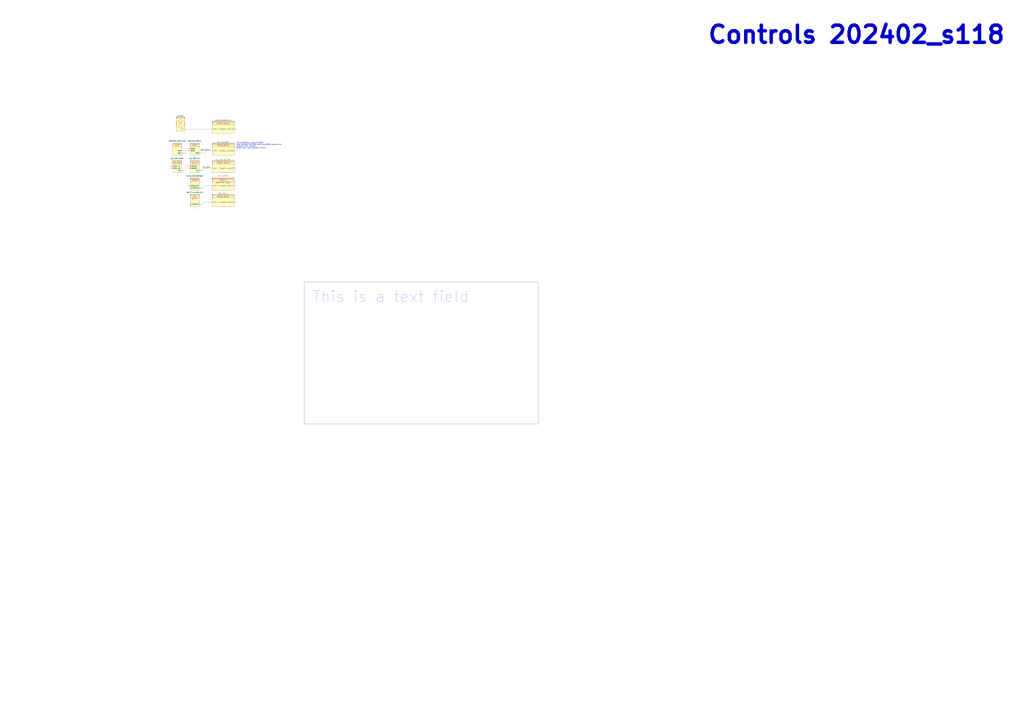
<source format=kicad_sch>
(kicad_sch (version 20230121) (generator eeschema)
  (paper "A0")
  (title_block (date "2023-11-28") (comment 1 "Repository: https://github.com/bl0x/controls_overview"))
  (lib_symbols
    (symbol "controls_parts:aim_tti_tv"
      (property "Reference" "AIM_TTI_LV" (at 0 0 0))
      (symbol "aim_tti_tv_1_1"
        (rectangle (start -5.08 15.24) (end 5.08 12.7))
        (rectangle (start -5.08 16.51) (end 5.08 2.54) (fill (type background)))
        (rectangle (start -5.08 16.51) (end 5.08 15.24) (fill (type color) (color 0 194 194 1)))
        (text "AIM TTi" (at 0 11.43 0) (effects (font (size 1.27 1.27))))
        (text "CPX" (at 0 13.97 0) (effects (font (size 1.27 1.27))))
        (pin bidirectional line (at 7.62 5.08 180) (length 2.54) (name "ETHERNET") (number ""))
      )
    )
    (symbol "controls_parts:caen_hv_crate"
      (property "Reference" "CAEN_HV_SY1527" (at 0 0 0))
      (symbol "caen_hv_crate_1_1"
        (rectangle (start -5.08 15.24) (end 5.08 12.7))
        (rectangle (start -5.08 16.51) (end 5.08 2.54) (fill (type background)))
        (rectangle (start -5.08 16.51) (end 5.08 15.24) (fill (type color) (color 255 0 0 1)))
        (text "SY1527" (at 0 13.97 0) (effects (font (size 1.27 1.27))))
        (pin bidirectional line (at 7.62 5.08 180) (length 2.54) (name "ETHERNET") (number ""))
        (pin bidirectional line (at -7.62 7.62 0) (length 2.54) (name "MODULES") (number ""))
      )
    )
    (symbol "controls_parts:epics_ioc_caenhv"
      (property "Reference" "IOC_CAENHV" (at 0 0 0))
      (symbol "epics_ioc_caenhv_1_1"
        (rectangle (start -12.7 13.97) (end 12.7 11.43))
        (rectangle (start -12.7 15.24) (end 12.7 1.27) (fill (type background)))
        (rectangle (start -12.7 15.24) (end 12.7 13.97) (fill (type color) (color 255 0 0 1)))
        (text "CAEN_HV" (at 0 12.7 0) (effects (font (size 1.27 1.27))))
        (text "uses CAEN library" (at 0 10.16 0) (effects (font (size 1.27 1.27))))
        (pin output line (at 15.24 6.35 180) (length 2.54) (name "CHANNEL_ACCESS") (number ""))
        (pin input line (at -15.24 6.35 0) (length 2.54) (name "INPUT") (number ""))
      )
    )
    (symbol "controls_parts:epics_ioc_stream"
      (property "Reference" "IOC_STREAMDEVICE" (at 0 0 0))
      (symbol "epics_ioc_stream_1_1"
        (rectangle (start -12.7 13.97) (end 12.7 11.43))
        (rectangle (start -12.7 15.24) (end 12.7 1.27) (fill (type background)))
        (rectangle (start -12.7 15.24) (end 12.7 13.97) (fill (type color) (color 0 255 255 1)))
        (text "STREAM_DEVICE" (at 0 12.7 0) (effects (font (size 1.27 1.27))))
        (pin output line (at 15.24 6.35 180) (length 2.54) (name "CHANNEL_ACCESS") (number ""))
        (pin input line (at -15.24 6.35 0) (length 2.54) (name "INPUT") (number ""))
      )
    )
    (symbol "controls_parts:gsi_fqt_card"
      (property "Reference" "GSI_FQT_CARD" (at 0 0 0))
      (symbol "gsi_fqt_card_1_1"
        (rectangle (start -5.08 15.24) (end 5.08 12.7))
        (rectangle (start -5.08 16.51) (end 5.08 2.54) (fill (type background)))
        (rectangle (start -5.08 16.51) (end 5.08 15.24) (fill (type color) (color 0 194 0 1)))
        (text "FQT_CARD" (at 0 13.97 0) (effects (font (size 1.27 1.27))))
        (pin bidirectional line (at 7.62 5.08 180) (length 2.54) (name "I2C") (number ""))
        (pin bidirectional line (at -7.62 10.16 0) (length 2.54) (name "TREE_J4") (number ""))
        (pin bidirectional line (at -7.62 7.62 0) (length 2.54) (name "TREE_J6") (number ""))
      )
    )
    (symbol "controls_parts:gsi_fqt_int"
      (property "Reference" "GSI_FQT_INT" (at 0 0 0))
      (symbol "gsi_fqt_int_1_1"
        (rectangle (start -5.08 15.24) (end 5.08 12.7))
        (rectangle (start -5.08 16.51) (end 5.08 2.54) (fill (type background)))
        (rectangle (start -5.08 16.51) (end 5.08 15.24) (fill (type color) (color 0 194 0 1)))
        (text "FQT_INT" (at 0 13.97 0) (effects (font (size 1.27 1.27))))
        (pin input line (at 7.62 5.08 180) (length 2.54) (name "I2C") (number ""))
        (pin bidirectional line (at -7.62 10.16 0) (length 2.54) (name "TOWER1") (number ""))
        (pin bidirectional line (at -7.62 7.62 0) (length 2.54) (name "TOWER2") (number ""))
      )
    )
    (symbol "controls_parts:mesytec_mcfd"
      (property "Reference" "MESYTEC_MCFD" (at 0 0 0))
      (symbol "mesytec_mcfd_1_1"
        (rectangle (start -5.08 15.24) (end 5.08 12.7))
        (rectangle (start -5.08 16.51) (end 5.08 2.54) (fill (type background)))
        (rectangle (start -5.08 16.51) (end 5.08 15.24) (fill (type color) (color 255 255 0 1)))
        (text "MCFD" (at 0 13.97 0) (effects (font (size 1.27 1.27))))
        (pin bidirectional line (at 7.62 5.08 180) (length 2.54) (name "BUS") (number ""))
        (pin bidirectional line (at 7.62 7.62 180) (length 2.54) (name "USB") (number ""))
      )
    )
    (symbol "controls_parts:mesytec_mrcc"
      (property "Reference" "MESYTEC_MRCC" (at 0 0 0))
      (symbol "mesytec_mrcc_1_1"
        (rectangle (start -5.08 15.24) (end 5.08 12.7))
        (rectangle (start -5.08 16.51) (end 5.08 2.54) (fill (type background)))
        (rectangle (start -5.08 16.51) (end 5.08 15.24) (fill (type color) (color 255 255 0 1)))
        (text "MRCC" (at 0 13.97 0) (effects (font (size 1.27 1.27))))
        (pin bidirectional line (at -7.62 10.16 0) (length 2.54) (name "BUS0") (number ""))
        (pin bidirectional line (at -7.62 7.62 0) (length 2.54) (name "BUS1") (number ""))
        (pin input line (at 7.62 5.08 180) (length 2.54) (name "USB") (number ""))
      )
    )
    (symbol "controls_parts:motor"
      (property "Reference" "MOTOR" (at 0 0 0))
      (symbol "motor_0_1"
        (circle (center 0 11.43) (radius 4.5791))
      )
      (symbol "motor_1_1"
        (rectangle (start -5.08 19.05) (end 5.08 2.54) (fill (type background)))
        (rectangle (start -5.08 19.05) (end 5.08 17.78) (fill (type color) (color 0 0 0 1)))
        (text "M" (at 0 11.43 0) (effects (font (size 5 5))))
        (pin input line (at 7.62 5.08 180) (length 2.54) (name "CTRL") (number ""))
      )
    )
  )
  (wire (pts (xy 237.49 215.9) (xy 243.84 215.9)))
  (wire (pts (xy 234.95 237.49) (xy 234.95 234.95)))
  (wire (pts (xy 217.17 149.86) (xy 243.84 149.86)))
  (wire (pts (xy 234.95 234.95) (xy 243.84 234.95)))
  (wire (pts (xy 215.9 193.04) (xy 218.44 193.04)))
  (wire (pts (xy 234.95 198.12) (xy 234.95 195.58)))
  (wire (pts (xy 233.68 218.44) (xy 237.49 218.44)))
  (wire (pts (xy 213.36 177.8) (xy 215.9 177.8)))
  (wire (pts (xy 238.76 175.26) (xy 243.84 175.26)))
  (wire (pts (xy 233.68 177.8) (xy 238.76 177.8)))
  (wire (pts (xy 213.36 198.12) (xy 215.9 198.12)))
  (wire (pts (xy 238.76 177.8) (xy 238.76 175.26)))
  (wire (pts (xy 215.9 175.26) (xy 218.44 175.26)))
  (wire (pts (xy 215.9 177.8) (xy 215.9 175.26)))
  (wire (pts (xy 237.49 218.44) (xy 237.49 215.9)))
  (wire (pts (xy 215.9 198.12) (xy 215.9 193.04)))
  (wire (pts (xy 233.68 198.12) (xy 234.95 198.12)))
  (wire (pts (xy 233.68 237.49) (xy 234.95 237.49)))
  (wire (pts (xy 234.95 195.58) (xy 243.84 195.58)))
  (text_box "This is a text field" (at 353.06 327.66 0) (size 271.78 165.1) (effects (font (size 12.7 12.7)) (justify left top)))
  (text "ioc: landpi006:~/epics/kvi2018/\nstart: iocBoot/iokv2018/start_landpi006_mesytec.cmd\nautostart: yes, crontab\ndevice port: /dev/ttyUSB0 (FT232)" (at 274.32 172.72 0) (effects (font (size 1.27 1.27)) (justify left bottom)))
  (text "Controls 202402_s118" (at 820.42 52.07 0) (effects (font (size 20 20) bold) (justify left bottom)))
  (label "USB_SERIAL" (at 243.84 175.26 180))
  (label "I2C_GPIO" (at 243.84 195.58 180))
  (symbol (lib_id "controls_parts:epics_ioc_stream") (at 259.08 181.61 0) (unit 1)
    (property "Reference" "IOC_LOS_MRCC" (at 259.08 165.1 0))
    (property "Value" "~" (at 259.08 181.61 0))
  )
  (symbol (lib_id "controls_parts:epics_ioc_stream") (at 259.08 241.3 0) (unit 1)
    (property "Reference" "IOC_LOS_LV" (at 259.08 224.79 0))
    (property "Value" "~" (at 259.08 241.3 0))
  )
  (symbol (lib_id "controls_parts:epics_ioc_stream") (at 259.08 201.93 0) (unit 1)
    (property "Reference" "IOC_LOS_FQT_TREE" (at 259.08 185.42 0))
    (property "Value" "~" (at 259.08 201.93 0))
  )
  (symbol (lib_id "controls_parts:epics_ioc_caenhv") (at 259.08 222.25 0) (unit 1)
    (property "Reference" "IOC_CAENHV1" (at 259.08 204.47 0))
    (property "Value" "~" (at 259.08 222.25 0))
  )
  (symbol (lib_id "controls_parts:mesytec_mcfd") (at 205.74 182.88 0) (unit 1)
    (property "Reference" "MESYTEC_MCFD_LOS" (at 205.74 163.83 0))
    (property "Value" "~" (at 205.74 182.88 0))
  )
  (symbol (lib_id "controls_parts:mesytec_mrcc") (at 226.06 182.88 0) (unit 1)
    (property "Reference" "MESYTEC_MRCC1" (at 226.06 163.83 0))
    (property "Value" "~" (at 226.06 182.88 0))
  )
  (symbol (lib_id "controls_parts:epics_ioc_stream") (at 259.08 156.21 0) (unit 1)
    (property "Reference" "IOC_STREAMDEVICE1" (at 259.08 139.7 0))
    (property "Value" "~" (at 259.08 156.21 0))
  )
  (symbol (lib_id "controls_parts:motor") (at 209.55 154.94 0) (unit 1)
    (property "Reference" "MOTOR1" (at 209.55 134.62 0))
    (property "Value" "~" (at 209.55 154.94 0))
  )
  (symbol (lib_id "controls_parts:gsi_fqt_card") (at 205.74 203.2 0) (unit 1)
    (property "Reference" "GSI_FQT_CARD1" (at 205.74 184.15 0))
    (property "Value" "~" (at 205.74 203.2 0))
  )
  (symbol (lib_id "controls_parts:aim_tti_tv") (at 226.06 242.57 0) (unit 1)
    (property "Reference" "AIM_TTI_LV_LOS_12V" (at 226.06 223.52 0))
    (property "Value" "~" (at 226.06 242.57 0))
  )
  (symbol (lib_id "controls_parts:caen_hv_crate") (at 226.06 223.52 0) (unit 1)
    (property "Reference" "CAEN_HV:LANDHV02" (at 226.06 204.47 0))
    (property "Value" "~" (at 226.06 223.52 0))
  )
  (symbol (lib_id "controls_parts:gsi_fqt_int") (at 226.06 203.2 0) (unit 1)
    (property "Reference" "GSI_FQT_INT1" (at 226.06 184.15 0))
    (property "Value" "~" (at 226.06 203.2 0))
  )
)
</source>
